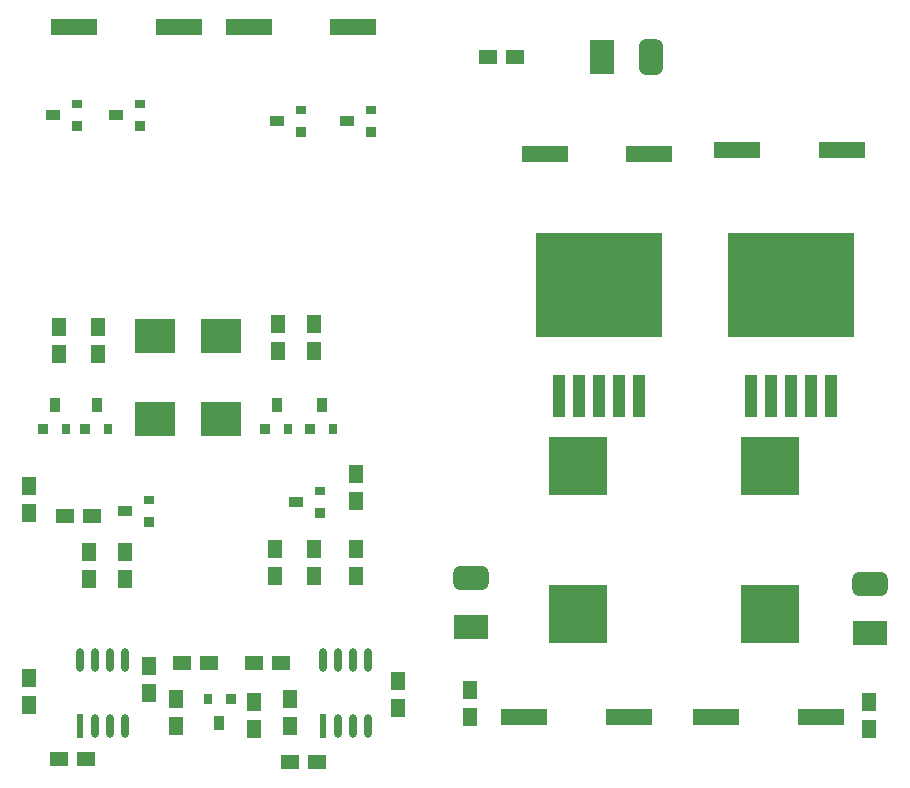
<source format=gtp>
G04 Layer_Color=8421504*
%FSLAX25Y25*%
%MOIN*%
G70*
G01*
G75*
%ADD10R,0.05000X0.03600*%
%ADD11R,0.03600X0.03600*%
%ADD12R,0.03600X0.03000*%
%ADD13R,0.05000X0.06000*%
%ADD14R,0.06000X0.05000*%
%ADD15O,0.02400X0.08000*%
%ADD16R,0.02400X0.08000*%
%ADD17R,0.15748X0.05512*%
%ADD18R,0.07874X0.11811*%
G04:AMPARAMS|DCode=19|XSize=118.11mil|YSize=78.74mil|CornerRadius=19.69mil|HoleSize=0mil|Usage=FLASHONLY|Rotation=90.000|XOffset=0mil|YOffset=0mil|HoleType=Round|Shape=RoundedRectangle|*
%AMROUNDEDRECTD19*
21,1,0.11811,0.03937,0,0,90.0*
21,1,0.07874,0.07874,0,0,90.0*
1,1,0.03937,0.01969,0.03937*
1,1,0.03937,0.01969,-0.03937*
1,1,0.03937,-0.01969,-0.03937*
1,1,0.03937,-0.01969,0.03937*
%
%ADD19ROUNDEDRECTD19*%
%ADD20R,0.04200X0.14000*%
%ADD21R,0.42000X0.35000*%
%ADD22R,0.19685X0.19685*%
%ADD23R,0.11811X0.07874*%
G04:AMPARAMS|DCode=24|XSize=118.11mil|YSize=78.74mil|CornerRadius=19.69mil|HoleSize=0mil|Usage=FLASHONLY|Rotation=180.000|XOffset=0mil|YOffset=0mil|HoleType=Round|Shape=RoundedRectangle|*
%AMROUNDEDRECTD24*
21,1,0.11811,0.03937,0,0,180.0*
21,1,0.07874,0.07874,0,0,180.0*
1,1,0.03937,-0.03937,0.01969*
1,1,0.03937,0.03937,0.01969*
1,1,0.03937,0.03937,-0.01969*
1,1,0.03937,-0.03937,-0.01969*
%
%ADD24ROUNDEDRECTD24*%
%ADD25R,0.13780X0.11811*%
%ADD26R,0.03600X0.05000*%
%ADD27R,0.03600X0.03600*%
%ADD28R,0.03000X0.03600*%
D10*
X490028Y291576D02*
D03*
X433028Y288576D02*
D03*
X430028Y420576D02*
D03*
X483524Y418575D02*
D03*
X409028Y420576D02*
D03*
X507028Y418575D02*
D03*
D11*
X498028Y287775D02*
D03*
X441028Y284775D02*
D03*
X438028Y416776D02*
D03*
X491524Y414776D02*
D03*
X417028Y416776D02*
D03*
X515028Y414776D02*
D03*
D12*
X498028Y295275D02*
D03*
X441028Y292276D02*
D03*
X438028Y424275D02*
D03*
X491524Y422275D02*
D03*
X417028Y424275D02*
D03*
X515028Y422275D02*
D03*
D13*
X482994Y267000D02*
D03*
Y276000D02*
D03*
X432994Y266000D02*
D03*
Y275000D02*
D03*
X524000Y232000D02*
D03*
Y223000D02*
D03*
X441000Y237000D02*
D03*
Y228000D02*
D03*
X488006Y226000D02*
D03*
Y217000D02*
D03*
X476000Y225000D02*
D03*
Y216000D02*
D03*
X401000Y233000D02*
D03*
Y224000D02*
D03*
X450000Y226000D02*
D03*
Y217000D02*
D03*
X547994Y229000D02*
D03*
Y220000D02*
D03*
X680994Y225000D02*
D03*
Y216000D02*
D03*
X424006Y350000D02*
D03*
Y341000D02*
D03*
X484006Y351000D02*
D03*
Y342000D02*
D03*
X411006Y350000D02*
D03*
Y341000D02*
D03*
X496006Y351000D02*
D03*
Y342000D02*
D03*
X401006Y297000D02*
D03*
Y288000D02*
D03*
X420994Y266000D02*
D03*
Y275000D02*
D03*
X495994Y267000D02*
D03*
Y276000D02*
D03*
X510006D02*
D03*
Y267000D02*
D03*
Y301000D02*
D03*
Y292000D02*
D03*
D14*
X420000Y205994D02*
D03*
X411000D02*
D03*
X497000Y204994D02*
D03*
X488000D02*
D03*
X476000Y238006D02*
D03*
X485000D02*
D03*
X452000D02*
D03*
X461000D02*
D03*
X563000Y440006D02*
D03*
X554000D02*
D03*
X413000Y287006D02*
D03*
X422000D02*
D03*
D15*
X418000Y239000D02*
D03*
X423000D02*
D03*
X428000D02*
D03*
X433000D02*
D03*
Y217000D02*
D03*
X428000D02*
D03*
X423000D02*
D03*
X499000Y239000D02*
D03*
X504000D02*
D03*
X509000D02*
D03*
X514000D02*
D03*
Y217000D02*
D03*
X509000D02*
D03*
X504000D02*
D03*
D16*
X418000D02*
D03*
X499000D02*
D03*
D17*
X572835Y407480D02*
D03*
X607715D02*
D03*
X637000Y409000D02*
D03*
X671880D02*
D03*
X566000Y220000D02*
D03*
X600880D02*
D03*
X630000D02*
D03*
X664880D02*
D03*
X450880Y450000D02*
D03*
X416000D02*
D03*
X474120D02*
D03*
X509000D02*
D03*
D18*
X592008Y439850D02*
D03*
D19*
X608150D02*
D03*
D20*
X604400Y327000D02*
D03*
X597700D02*
D03*
X591000D02*
D03*
X584300D02*
D03*
X577600D02*
D03*
X668400D02*
D03*
X661700D02*
D03*
X655000D02*
D03*
X648300D02*
D03*
X641600D02*
D03*
D21*
X591000Y364000D02*
D03*
X655000D02*
D03*
D22*
X584000Y254394D02*
D03*
Y303606D02*
D03*
X648000Y254394D02*
D03*
Y303606D02*
D03*
D23*
X548150Y250008D02*
D03*
X681150Y248008D02*
D03*
D24*
X548150Y266150D02*
D03*
X681150Y264150D02*
D03*
D25*
X443000Y346779D02*
D03*
Y319220D02*
D03*
X465000Y346779D02*
D03*
Y319220D02*
D03*
D26*
X498575Y323972D02*
D03*
X483575D02*
D03*
X409576D02*
D03*
X423575D02*
D03*
X464425Y218028D02*
D03*
D27*
X494775Y315972D02*
D03*
X479775D02*
D03*
X405775D02*
D03*
X419775D02*
D03*
X468224Y226028D02*
D03*
D28*
X502276Y315972D02*
D03*
X487276D02*
D03*
X413275D02*
D03*
X427276D02*
D03*
X460724Y226028D02*
D03*
M02*

</source>
